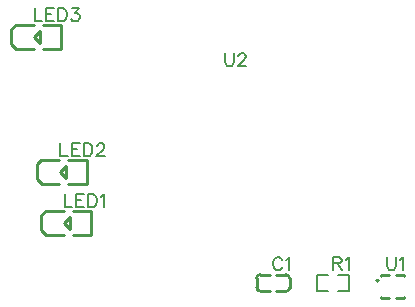
<source format=gto>
G04 Layer: TopSilkscreenLayer*
G04 EasyEDA v6.5.50, 2025-06-19 10:13:18*
G04 a84239dc67104c4f9253a13bb71c2901,cfac02f6325b4f3d8a51e7031594ce25,10*
G04 Gerber Generator version 0.2*
G04 Scale: 100 percent, Rotated: No, Reflected: No *
G04 Dimensions in millimeters *
G04 leading zeros omitted , absolute positions ,4 integer and 5 decimal *
%FSLAX45Y45*%
%MOMM*%

%ADD10C,0.1524*%
%ADD11C,0.2540*%
%ADD12C,0.0163*%

%LPD*%
D10*
X5602076Y1524507D02*
G01*
X5596742Y1534921D01*
X5586328Y1545336D01*
X5576168Y1550415D01*
X5555340Y1550415D01*
X5544926Y1545336D01*
X5534512Y1534921D01*
X5529178Y1524507D01*
X5524098Y1508760D01*
X5524098Y1482852D01*
X5529178Y1467357D01*
X5534512Y1456944D01*
X5544926Y1446529D01*
X5555340Y1441450D01*
X5576168Y1441450D01*
X5586328Y1446529D01*
X5596742Y1456944D01*
X5602076Y1467357D01*
X5636366Y1529587D02*
G01*
X5646780Y1534921D01*
X5662274Y1550415D01*
X5662274Y1441450D01*
X3760850Y2083688D02*
G01*
X3760850Y1974722D01*
X3760850Y1974722D02*
G01*
X3823081Y1974722D01*
X3857370Y2083688D02*
G01*
X3857370Y1974722D01*
X3857370Y2083688D02*
G01*
X3924934Y2083688D01*
X3857370Y2031872D02*
G01*
X3899027Y2031872D01*
X3857370Y1974722D02*
G01*
X3924934Y1974722D01*
X3959225Y2083688D02*
G01*
X3959225Y1974722D01*
X3959225Y2083688D02*
G01*
X3995800Y2083688D01*
X4011295Y2078609D01*
X4021709Y2068195D01*
X4026788Y2057780D01*
X4032122Y2042032D01*
X4032122Y2016125D01*
X4026788Y2000630D01*
X4021709Y1990217D01*
X4011295Y1979803D01*
X3995800Y1974722D01*
X3959225Y1974722D01*
X4066413Y2062861D02*
G01*
X4076827Y2068195D01*
X4092320Y2083688D01*
X4092320Y1974722D01*
X3722750Y2515488D02*
G01*
X3722750Y2406522D01*
X3722750Y2406522D02*
G01*
X3784981Y2406522D01*
X3819270Y2515488D02*
G01*
X3819270Y2406522D01*
X3819270Y2515488D02*
G01*
X3886834Y2515488D01*
X3819270Y2463672D02*
G01*
X3860927Y2463672D01*
X3819270Y2406522D02*
G01*
X3886834Y2406522D01*
X3921125Y2515488D02*
G01*
X3921125Y2406522D01*
X3921125Y2515488D02*
G01*
X3957700Y2515488D01*
X3973195Y2510409D01*
X3983609Y2499995D01*
X3988688Y2489580D01*
X3994022Y2473832D01*
X3994022Y2447925D01*
X3988688Y2432430D01*
X3983609Y2422017D01*
X3973195Y2411603D01*
X3957700Y2406522D01*
X3921125Y2406522D01*
X4033393Y2489580D02*
G01*
X4033393Y2494661D01*
X4038727Y2505075D01*
X4043806Y2510409D01*
X4054220Y2515488D01*
X4075049Y2515488D01*
X4085463Y2510409D01*
X4090543Y2505075D01*
X4095877Y2494661D01*
X4095877Y2484246D01*
X4090543Y2473832D01*
X4080129Y2458338D01*
X4028313Y2406522D01*
X4100956Y2406522D01*
X3506850Y3658488D02*
G01*
X3506850Y3549522D01*
X3506850Y3549522D02*
G01*
X3569081Y3549522D01*
X3603370Y3658488D02*
G01*
X3603370Y3549522D01*
X3603370Y3658488D02*
G01*
X3670934Y3658488D01*
X3603370Y3606672D02*
G01*
X3645027Y3606672D01*
X3603370Y3549522D02*
G01*
X3670934Y3549522D01*
X3705225Y3658488D02*
G01*
X3705225Y3549522D01*
X3705225Y3658488D02*
G01*
X3741800Y3658488D01*
X3757295Y3653409D01*
X3767709Y3642995D01*
X3772788Y3632580D01*
X3778122Y3616832D01*
X3778122Y3590925D01*
X3772788Y3575430D01*
X3767709Y3565017D01*
X3757295Y3554603D01*
X3741800Y3549522D01*
X3705225Y3549522D01*
X3822827Y3658488D02*
G01*
X3879977Y3658488D01*
X3848734Y3616832D01*
X3864229Y3616832D01*
X3874643Y3611753D01*
X3879977Y3606672D01*
X3885056Y3590925D01*
X3885056Y3580511D01*
X3879977Y3565017D01*
X3869563Y3554603D01*
X3853815Y3549522D01*
X3838320Y3549522D01*
X3822827Y3554603D01*
X3817493Y3559682D01*
X3812413Y3570096D01*
X6031613Y1550415D02*
G01*
X6031613Y1441450D01*
X6031613Y1550415D02*
G01*
X6078349Y1550415D01*
X6093843Y1545336D01*
X6099177Y1540002D01*
X6104257Y1529587D01*
X6104257Y1519173D01*
X6099177Y1508760D01*
X6093843Y1503679D01*
X6078349Y1498600D01*
X6031613Y1498600D01*
X6067935Y1498600D02*
G01*
X6104257Y1441450D01*
X6138547Y1529587D02*
G01*
X6148961Y1534921D01*
X6164709Y1550415D01*
X6164709Y1441450D01*
X6492392Y1550415D02*
G01*
X6492392Y1472437D01*
X6497472Y1456944D01*
X6507886Y1446529D01*
X6523634Y1441450D01*
X6534048Y1441450D01*
X6549542Y1446529D01*
X6559956Y1456944D01*
X6565036Y1472437D01*
X6565036Y1550415D01*
X6599326Y1529587D02*
G01*
X6609740Y1534921D01*
X6625488Y1550415D01*
X6625488Y1441450D01*
X5118100Y3277615D02*
G01*
X5118100Y3199637D01*
X5123179Y3184144D01*
X5133593Y3173729D01*
X5149341Y3168650D01*
X5159756Y3168650D01*
X5175250Y3173729D01*
X5185663Y3184144D01*
X5190743Y3199637D01*
X5190743Y3277615D01*
X5230368Y3251707D02*
G01*
X5230368Y3256787D01*
X5235447Y3267202D01*
X5240781Y3272536D01*
X5251195Y3277615D01*
X5271770Y3277615D01*
X5282184Y3272536D01*
X5287518Y3267202D01*
X5292597Y3256787D01*
X5292597Y3246373D01*
X5287518Y3235960D01*
X5277104Y3220465D01*
X5225034Y3168650D01*
X5297931Y3168650D01*
D11*
X5496079Y1262542D02*
G01*
X5416082Y1262542D01*
X5552125Y1262496D02*
G01*
X5632122Y1262496D01*
X5496079Y1404510D02*
G01*
X5416082Y1404510D01*
X5552125Y1404462D02*
G01*
X5632122Y1404462D01*
X5385107Y1293525D02*
G01*
X5385107Y1373530D01*
X5663100Y1373477D02*
G01*
X5663100Y1293474D01*
X3804599Y1891499D02*
G01*
X3764600Y1851499D01*
X3754600Y1841500D01*
X3764600Y1831474D01*
X3804599Y1791474D01*
X3804599Y1891499D02*
G01*
X3804599Y1791474D01*
X3828922Y1739772D02*
G01*
X3983863Y1739772D01*
X3983863Y1942972D01*
X3828922Y1942972D01*
X3750183Y1737232D02*
G01*
X3602863Y1737232D01*
X3562222Y1777872D01*
X3562222Y1904872D01*
X3600322Y1942972D01*
X3752722Y1942972D01*
X3766499Y2323299D02*
G01*
X3726500Y2283299D01*
X3716500Y2273300D01*
X3726500Y2263274D01*
X3766499Y2223274D01*
X3766499Y2323299D02*
G01*
X3766499Y2223274D01*
X3790822Y2171572D02*
G01*
X3945763Y2171572D01*
X3945763Y2374772D01*
X3790822Y2374772D01*
X3712083Y2169032D02*
G01*
X3564763Y2169032D01*
X3524122Y2209672D01*
X3524122Y2336672D01*
X3562222Y2374772D01*
X3714622Y2374772D01*
X3550599Y3466299D02*
G01*
X3510600Y3426299D01*
X3500600Y3416300D01*
X3510600Y3406274D01*
X3550599Y3366274D01*
X3550599Y3466299D02*
G01*
X3550599Y3366274D01*
X3574922Y3314572D02*
G01*
X3729863Y3314572D01*
X3729863Y3517772D01*
X3574922Y3517772D01*
X3496183Y3312032D02*
G01*
X3348863Y3312032D01*
X3308222Y3352672D01*
X3308222Y3479672D01*
X3346322Y3517772D01*
X3498722Y3517772D01*
D10*
X6074234Y1267439D02*
G01*
X6170122Y1267439D01*
X6170122Y1399560D01*
X6074234Y1399560D01*
X5988992Y1267439D02*
G01*
X5893104Y1267439D01*
X5893104Y1399560D01*
X5988992Y1399560D01*
D11*
X6634464Y1218313D02*
G01*
X6634464Y1204125D01*
X6566971Y1404127D02*
G01*
X6634464Y1404127D01*
X6634464Y1389931D01*
X6434465Y1389931D02*
G01*
X6434465Y1404127D01*
X6501963Y1404127D01*
X6434465Y1204125D02*
G01*
X6434465Y1218313D01*
X6501963Y1204125D02*
G01*
X6434465Y1204125D01*
X6634464Y1204125D02*
G01*
X6566971Y1204125D01*
G75*
G01*
X5632117Y1404463D02*
G02*
X5663100Y1373477I0J-30983D01*
G75*
G01*
X5663100Y1293480D02*
G02*
X5632117Y1262497I-30983J0D01*
G75*
G01*
X5416088Y1262543D02*
G02*
X5385107Y1293525I2J30982D01*
G75*
G01*
X5385107Y1373523D02*
G02*
X5416088Y1404511I30983J5D01*
G75*
G01
X6413805Y1354887D02*
G03X6413805Y1354887I-6350J0D01*
M02*

</source>
